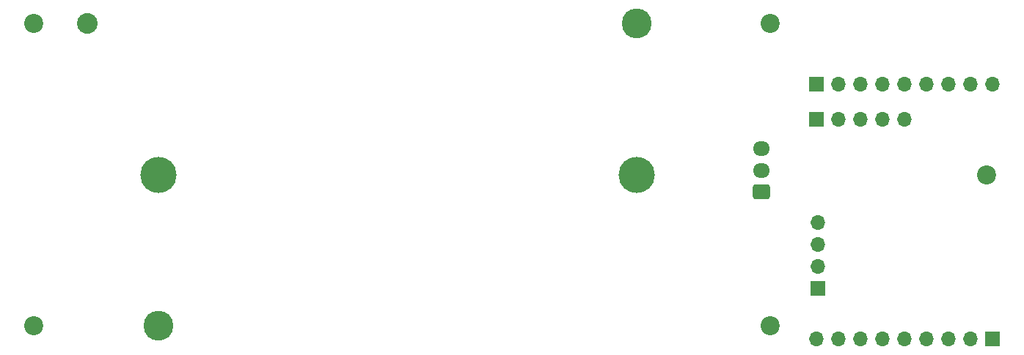
<source format=gbr>
%TF.GenerationSoftware,KiCad,Pcbnew,7.0.7*%
%TF.CreationDate,2024-02-15T18:40:13-05:00*%
%TF.ProjectId,LVPD-board,4c565044-2d62-46f6-9172-642e6b696361,rev?*%
%TF.SameCoordinates,Original*%
%TF.FileFunction,Soldermask,Bot*%
%TF.FilePolarity,Negative*%
%FSLAX46Y46*%
G04 Gerber Fmt 4.6, Leading zero omitted, Abs format (unit mm)*
G04 Created by KiCad (PCBNEW 7.0.7) date 2024-02-15 18:40:13*
%MOMM*%
%LPD*%
G01*
G04 APERTURE LIST*
G04 Aperture macros list*
%AMRoundRect*
0 Rectangle with rounded corners*
0 $1 Rounding radius*
0 $2 $3 $4 $5 $6 $7 $8 $9 X,Y pos of 4 corners*
0 Add a 4 corners polygon primitive as box body*
4,1,4,$2,$3,$4,$5,$6,$7,$8,$9,$2,$3,0*
0 Add four circle primitives for the rounded corners*
1,1,$1+$1,$2,$3*
1,1,$1+$1,$4,$5*
1,1,$1+$1,$6,$7*
1,1,$1+$1,$8,$9*
0 Add four rect primitives between the rounded corners*
20,1,$1+$1,$2,$3,$4,$5,0*
20,1,$1+$1,$4,$5,$6,$7,0*
20,1,$1+$1,$6,$7,$8,$9,0*
20,1,$1+$1,$8,$9,$2,$3,0*%
G04 Aperture macros list end*
%ADD10C,2.200000*%
%ADD11R,1.700000X1.700000*%
%ADD12O,1.700000X1.700000*%
%ADD13RoundRect,0.250000X0.725000X-0.600000X0.725000X0.600000X-0.725000X0.600000X-0.725000X-0.600000X0*%
%ADD14O,1.950000X1.700000*%
%ADD15C,4.170000*%
%ADD16C,3.450000*%
%ADD17C,2.390000*%
G04 APERTURE END LIST*
D10*
%TO.C,H2*%
X108000000Y-110000000D03*
%TD*%
%TO.C,H5*%
X218000000Y-92500000D03*
%TD*%
%TO.C,H1*%
X108000000Y-75000000D03*
%TD*%
D11*
%TO.C,J4*%
X198340000Y-82000000D03*
D12*
X200880000Y-82000000D03*
X203420000Y-82000000D03*
X205960000Y-82000000D03*
X208500000Y-82000000D03*
X211040000Y-82000000D03*
X213580000Y-82000000D03*
X216120000Y-82000000D03*
X218660000Y-82000000D03*
%TD*%
D10*
%TO.C,H4*%
X193000000Y-110000000D03*
%TD*%
D11*
%TO.C,J1*%
X198500000Y-105620000D03*
D12*
X198500000Y-103080000D03*
X198500000Y-100540000D03*
X198500000Y-98000000D03*
%TD*%
D13*
%TO.C,J2*%
X192000000Y-94500000D03*
D14*
X192000000Y-92000000D03*
X192000000Y-89500000D03*
%TD*%
D11*
%TO.C,J5*%
X218650000Y-111525000D03*
D12*
X216110000Y-111525000D03*
X213570000Y-111525000D03*
X211030000Y-111525000D03*
X208490000Y-111525000D03*
X205950000Y-111525000D03*
X203410000Y-111525000D03*
X200870000Y-111525000D03*
X198330000Y-111525000D03*
%TD*%
D10*
%TO.C,H3*%
X193000000Y-75000000D03*
%TD*%
D15*
%TO.C,BAT1*%
X177600000Y-92495000D03*
D16*
X177600000Y-74990000D03*
X122400000Y-110000000D03*
D15*
X122400000Y-92495000D03*
D17*
X114180000Y-74990000D03*
%TD*%
D11*
%TO.C,J6*%
X198330000Y-86125000D03*
D12*
X200870000Y-86125000D03*
X203410000Y-86125000D03*
X205950000Y-86125000D03*
X208490000Y-86125000D03*
%TD*%
M02*

</source>
